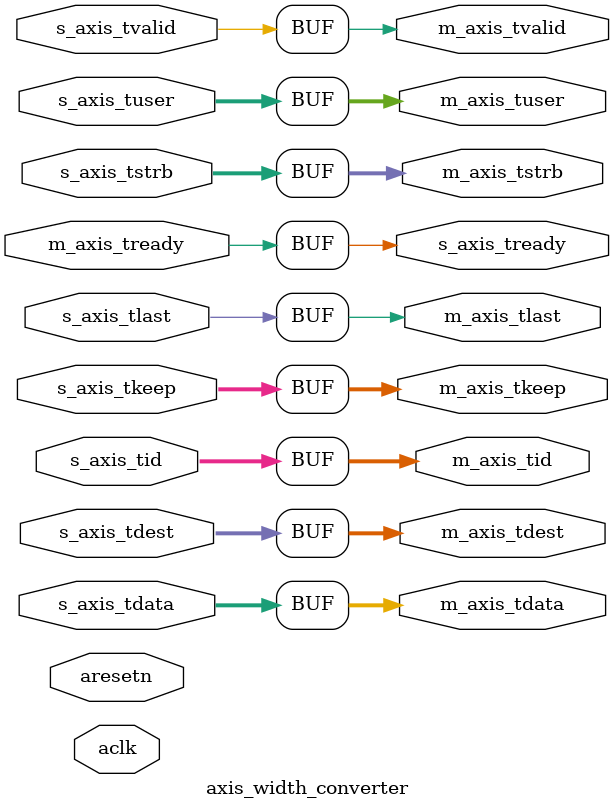
<source format=v>

module axis_width_converter #(
  parameter  S_TDATA_WIDTH = 0, // 1-512 (byte)
  parameter  M_TDATA_WIDTH = 0, // 1-512 (byte)
  parameter  TID_WIDTH = 0, // 0-32 (bit)
  parameter  TDEST_WIDTH = 0, // 0-32 (bit)
  parameter  TUSER_WIDTH_PER_BYTE = 0 // 0-2048 (bit)
)(
  input                                           aclk,
  input                                           aresetn,

  input                                           s_axis_tvalid,
  output                                          s_axis_tready,
  input  [S_TDATA_WIDTH*8-1:0]                    s_axis_tdata,
  input  [S_TDATA_WIDTH-1:0]                      s_axis_tstrb,
  input  [S_TDATA_WIDTH-1:0]                      s_axis_tkeep,
  input                                           s_axis_tlast,
  input  [TID_WIDTH-1:0]                          s_axis_tid,
  input  [TDEST_WIDTH-1:0]                        s_axis_tdest,
  input  [S_TDATA_WIDTH*TUSER_WIDTH_PER_BYTE-1:0] s_axis_tuser,

  output                                          m_axis_tvalid,
  input                                           m_axis_tready,
  output [M_TDATA_WIDTH*8-1:0]                    m_axis_tdata,
  output [M_TDATA_WIDTH-1:0]                      m_axis_tstrb,
  output [M_TDATA_WIDTH-1:0]                      m_axis_tkeep,
  output                                          m_axis_tlast,
  output [TID_WIDTH-1:0]                          m_axis_tid,
  output [TDEST_WIDTH-1:0]                        m_axis_tdest,
  output [M_TDATA_WIDTH*TUSER_WIDTH_PER_BYTE-1:0] m_axis_tuser
);
  
generate
  // 位宽一样, 直接透传
  if (S_TDATA_WIDTH == M_TDATA_WIDTH) 
    begin
      assign m_axis_tvalid = s_axis_tvalid;
      assign s_axis_tready = m_axis_tready;
      assign m_axis_tdata = s_axis_tdata;
      assign m_axis_tstrb = s_axis_tstrb;
      assign m_axis_tkeep = s_axis_tkeep;
      assign m_axis_tlast = s_axis_tlast;
      assign m_axis_tid   = s_axis_tid;
      assign m_axis_tdest = s_axis_tdest;
      assign m_axis_tuser = s_axis_tuser;
    end
  // 输入位宽小于输出位宽
  else if (S_TDATA_WIDTH < M_TDATA_WIDTH)
    begin
    // Local Parameter
      localparam WIDTH_MULTIPLE = M_TDATA_WIDTH/S_TDATA_WIDTH;
    // Local Signal
      reg [$clog2(WIDTH_MULTIPLE):0]                cnt = 0;
      reg                                           s_axis_tlast_d1 = 0;
      reg                                           refresh = 1; // 用于第一个输出数据更新 tid/tdest 信号
      reg [M_TDATA_WIDTH*8-1:0]                     s_axis_tdata_srl = 0;
      reg [M_TDATA_WIDTH-1:0]                       s_axis_tstrb_srl = 0;
      reg [M_TDATA_WIDTH-1:0]                       s_axis_tkeep_srl = 0;
      reg [M_TDATA_WIDTH*TUSER_WIDTH_PER_BYTE-1:0]  s_axis_tuser_srl = 0;

      reg                                           s_axis_tready_ff = 0;
      reg                                           m_axis_tvalid_ff = 0;
      reg [M_TDATA_WIDTH*8-1:0]                     m_axis_tdata_ff = 0;
      reg [M_TDATA_WIDTH-1:0]                       m_axis_tstrb_ff = 0;
      reg [M_TDATA_WIDTH-1:0]                       m_axis_tkeep_ff = 0;
      reg                                           m_axis_tlast_ff = 0;
      reg [TID_WIDTH-1:0]                           m_axis_tid_ff = 0;
      reg [TDEST_WIDTH-1:0]                         m_axis_tdest_ff = 0;
      reg [M_TDATA_WIDTH*TUSER_WIDTH_PER_BYTE-1:0]  m_axis_tuser_ff = 0;

    // User Logic
      always @ (posedge aclk or negedge aresetn)
        if (!aresetn)
          cnt <= 'd0;
        else
          begin
            if (s_axis_tvalid && s_axis_tready_ff && s_axis_tlast)
              cnt <= 'd0;
            else if (s_axis_tvalid && s_axis_tready_ff && (cnt == WIDTH_MULTIPLE))
              cnt <= 'd1;
            else if (s_axis_tvalid && s_axis_tready_ff)
              cnt <= cnt + 'd1;
          end

      always @ (posedge aclk or negedge aresetn)
        if (!aresetn)
          s_axis_tready_ff <= 1'b0;
        else
          begin
            if (((cnt == (WIDTH_MULTIPLE-1)) && s_axis_tvalid && (!m_axis_tready)) || ((cnt == WIDTH_MULTIPLE) && (!m_axis_tready)))
              s_axis_tready_ff <= 1'b0;
            else
              s_axis_tready_ff <= 1'b1;
          end

      always @ (posedge aclk)
        if (s_axis_tvalid && s_axis_tready_ff && s_axis_tlast)
          s_axis_tlast_d1 <= 1'b1;
        else
          s_axis_tlast_d1 <= 1'b0;

      always @ (posedge aclk or negedge aresetn)
        if (!aresetn)
          refresh <= 1'b1;
        else if (m_axis_tlast_ff)
          refresh <= 1'b1;
        else if (m_axis_tvalid_ff)
          refresh <= 1'b0;

      always @ (posedge aclk)
        if (s_axis_tvalid && s_axis_tready_ff && (cnt == WIDTH_MULTIPLE))
          s_axis_tdata_srl <= {{{M_TDATA_WIDTH-S_TDATA_WIDTH}{8'b0}},s_axis_tdata};
        else if (s_axis_tvalid && s_axis_tready_ff)
          s_axis_tdata_srl <= {s_axis_tdata_srl[(M_TDATA_WIDTH-S_TDATA_WIDTH)*8-1:0],s_axis_tdata};

      always @ (posedge aclk)
        if (s_axis_tvalid && s_axis_tready_ff && (cnt == WIDTH_MULTIPLE))
          s_axis_tstrb_srl <= {{{M_TDATA_WIDTH-S_TDATA_WIDTH}{1'b0}},s_axis_tstrb};
        else if (s_axis_tvalid && s_axis_tready_ff)
          s_axis_tstrb_srl <= {s_axis_tstrb_srl[(M_TDATA_WIDTH-S_TDATA_WIDTH)-1:0],s_axis_tstrb};

      always @ (posedge aclk)
        if (s_axis_tvalid && s_axis_tready_ff && (cnt == WIDTH_MULTIPLE))
          s_axis_tkeep_srl <= {{{M_TDATA_WIDTH-S_TDATA_WIDTH}{1'b0}},s_axis_tkeep};
        else if (s_axis_tvalid && s_axis_tready_ff)
          s_axis_tkeep_srl <= {s_axis_tkeep_srl[(M_TDATA_WIDTH-S_TDATA_WIDTH)-1:0],s_axis_tkeep};

      always @ (posedge aclk)
        if (s_axis_tvalid && s_axis_tready_ff && (cnt == WIDTH_MULTIPLE))
          s_axis_tuser_srl <= {{{(M_TDATA_WIDTH-S_TDATA_WIDTH)*TUSER_WIDTH_PER_BYTE}{1'b0}},s_axis_tuser};
        else if (s_axis_tvalid && s_axis_tready_ff)
          s_axis_tuser_srl <= {s_axis_tuser_srl[(M_TDATA_WIDTH-S_TDATA_WIDTH)*TUSER_WIDTH_PER_BYTE-1:0],s_axis_tuser};

      always @ (posedge aclk or negedge aresetn)
        if (!aresetn)
          m_axis_tvalid_ff <= 1'b0;
        else
          begin
            if ((cnt == WIDTH_MULTIPLE) || s_axis_tlast_d1)
              m_axis_tvalid_ff <= 1'b1;
            else if (m_axis_tready)
              m_axis_tvalid_ff <= 1'b0;
          end

      always @ (posedge aclk)
        if ((cnt == WIDTH_MULTIPLE) || s_axis_tlast_d1)
          begin
            m_axis_tdata_ff <= s_axis_tdata_srl;
            m_axis_tstrb_ff <= s_axis_tstrb_srl;
            m_axis_tkeep_ff <= s_axis_tkeep_srl;
            m_axis_tuser_ff <= s_axis_tuser_srl;
          end

      always @ (posedge aclk or negedge aresetn)
        if (!aresetn)
          m_axis_tlast_ff <= 1'b0;
        else
          begin
            if (s_axis_tlast_d1)
              m_axis_tlast_ff <= 1'b1;
            else if (m_axis_tready)
              m_axis_tlast_ff <= 1'b0;
          end

      always @ (posedge aclk)
        if (refresh && s_axis_tvalid)
          begin
            m_axis_tid_ff <= s_axis_tid;
            m_axis_tdest_ff <= s_axis_tdest;
          end
    // Output
      assign m_axis_tvalid = m_axis_tvalid_ff;
      assign s_axis_tready = s_axis_tready_ff;
      assign m_axis_tdata = m_axis_tdata_ff;
      assign m_axis_tstrb = m_axis_tstrb_ff;
      assign m_axis_tkeep = m_axis_tkeep_ff;
      assign m_axis_tlast = m_axis_tlast_ff;
      assign m_axis_tid   = m_axis_tid_ff;
      assign m_axis_tdest = m_axis_tdest_ff;
      assign m_axis_tuser = m_axis_tuser_ff;
    end
  // 输入位宽大于输出位宽
  else // S_TDATA_WIDTH > M_TDATA_WIDTH 
    begin
    // Local Parameter
      localparam WIDTH_MULTIPLE = S_TDATA_WIDTH/M_TDATA_WIDTH;
    // Local Signal
      reg [$clog2(WIDTH_MULTIPLE)-1:0]              cnt = 0;
      reg                                           start_conv = 1; // 复位后第一个数据
      reg [S_TDATA_WIDTH*8-1:0]                     s_axis_tdata_srl = 0;
      reg [S_TDATA_WIDTH-1:0]                       s_axis_tstrb_srl = 0;
      reg [S_TDATA_WIDTH-1:0]                       s_axis_tkeep_srl = 0;
      reg [S_TDATA_WIDTH*TUSER_WIDTH_PER_BYTE-1:0]  s_axis_tuser_srl = 0;
      reg                                           s_axis_tlast_lock = 0;
      reg [TID_WIDTH-1:0]                           s_axis_tid_lock = 0;
      reg [TDEST_WIDTH-1:0]                         s_axis_tdest_lock = 0;

      reg                                           s_axis_tready_ff = 0;
      reg                                           m_axis_tvalid_ff = 0;
      reg [M_TDATA_WIDTH*8-1:0]                     m_axis_tdata_ff = 0;
      reg [M_TDATA_WIDTH-1:0]                       m_axis_tstrb_ff = 0;
      reg [M_TDATA_WIDTH-1:0]                       m_axis_tkeep_ff = 0;
      reg                                           m_axis_tlast_ff = 0;
      reg [TID_WIDTH-1:0]                           m_axis_tid_ff = 0;
      reg [TDEST_WIDTH-1:0]                         m_axis_tdest_ff = 0;
      reg [M_TDATA_WIDTH*TUSER_WIDTH_PER_BYTE-1:0]  m_axis_tuser_ff = 0;
    // User Logic
      always @ (posedge aclk or negedge aresetn)
        if (!aresetn)
          start_conv <= 1'b1;
        else if (s_axis_tvalid && m_axis_tready)
          start_conv <= 1'b0;

      always @ (posedge aclk or negedge aresetn)
        if (!aresetn)
          cnt <= 'd0;
        else
          begin
            if (m_axis_tvalid_ff && m_axis_tready && (cnt == WIDTH_MULTIPLE-1))
              cnt <= 'd0;
            else if ((m_axis_tvalid_ff && m_axis_tready && (!m_axis_tlast)) || (s_axis_tvalid && s_axis_tready_ff && m_axis_tready))
              cnt <= cnt + 'd1;
          end

      always @ (posedge aclk or negedge aresetn)
        if (!aresetn)
          s_axis_tready_ff <= 1'b0;
        else
          begin
            if ((start_conv && s_axis_tvalid && m_axis_tready) || ((cnt == (WIDTH_MULTIPLE-1)) && m_axis_tready))
              s_axis_tready_ff <= 1'b1;
            else
              s_axis_tready_ff <= 1'b0;
          end

      always @ (posedge aclk)
        if (s_axis_tvalid && s_axis_tready_ff && s_axis_tlast)
          s_axis_tlast_lock <= 1'b1;
        else if (s_axis_tready_ff)
          s_axis_tlast_lock <= 1'b0;

      always @ (posedge aclk)
        if (s_axis_tvalid && s_axis_tready_ff)
          begin
            s_axis_tid_lock <= s_axis_tid;
            s_axis_tdest_lock <= s_axis_tdest;
          end

      always @ (posedge aclk)
        if (m_axis_tvalid_ff && m_axis_tready && (cnt > 0) && (WIDTH_MULTIPLE > 2))
          begin
            s_axis_tdata_srl <= {s_axis_tdata_srl[0 +: (S_TDATA_WIDTH-2*M_TDATA_WIDTH)*8],{{2*M_TDATA_WIDTH}{8'b0}}};
            s_axis_tstrb_srl <= {s_axis_tstrb_srl[0 +: (S_TDATA_WIDTH-2*M_TDATA_WIDTH)],{{2*M_TDATA_WIDTH}{1'b0}}};
            s_axis_tkeep_srl <= {s_axis_tkeep_srl[0 +: (S_TDATA_WIDTH-2*M_TDATA_WIDTH)],{{2*M_TDATA_WIDTH}{1'b0}}};
            // s_axis_tuser_srl <= {s_axis_tuser_srl[0 +: (S_TDATA_WIDTH-2*M_TDATA_WIDTH)],{{2*M_TDATA_WIDTH}{1'b0}}};
          end
        else if (s_axis_tvalid && s_axis_tready_ff)
          begin
            s_axis_tdata_srl <= {s_axis_tdata[(S_TDATA_WIDTH-M_TDATA_WIDTH)*8-1:0],{{M_TDATA_WIDTH}{8'b0}}};
            s_axis_tstrb_srl <= {s_axis_tstrb[(S_TDATA_WIDTH-M_TDATA_WIDTH)-1:0],{{M_TDATA_WIDTH}{1'b0}}};
            s_axis_tkeep_srl <= {s_axis_tkeep[(S_TDATA_WIDTH-M_TDATA_WIDTH)-1:0],{{M_TDATA_WIDTH}{1'b0}}};
            // s_axis_tuser_srl <= {s_axis_tuser[(S_TDATA_WIDTH-M_TDATA_WIDTH)-1:0],{{M_TDATA_WIDTH}{1'b0}}};
          end

      always @ (posedge aclk or negedge aresetn)
        if (!aresetn)
          m_axis_tvalid_ff <= 1'b0;
        else
          begin
            if ((s_axis_tvalid && s_axis_tready_ff && m_axis_tready) || (cnt > 0))
              m_axis_tvalid_ff <= 1'b1;
            else if (m_axis_tready)
              m_axis_tvalid_ff <= 1'b0;
          end

      always @ (posedge aclk)
        if (cnt > 0)
          begin
            m_axis_tdata_ff <= s_axis_tdata_srl[S_TDATA_WIDTH*8-1 -: (M_TDATA_WIDTH*8)];
            m_axis_tstrb_ff <= s_axis_tstrb_srl[S_TDATA_WIDTH-1 -: M_TDATA_WIDTH];
            m_axis_tkeep_ff <= s_axis_tkeep_srl[S_TDATA_WIDTH-1 -: M_TDATA_WIDTH];
            // m_axis_tuser_ff <= s_axis_tuser_srl[S_TDATA_WIDTH-1 -: M_TDATA_WIDTH];
          end
        else if (s_axis_tvalid && m_axis_tready)
          begin
            m_axis_tdata_ff <= s_axis_tdata[S_TDATA_WIDTH*8-1 -: (M_TDATA_WIDTH*8)];
            m_axis_tstrb_ff <= s_axis_tstrb[S_TDATA_WIDTH-1 -: M_TDATA_WIDTH];
            m_axis_tkeep_ff <= s_axis_tkeep[S_TDATA_WIDTH-1 -: M_TDATA_WIDTH];
            // m_axis_tuser_ff <= s_axis_tuser[S_TDATA_WIDTH-1 -: M_TDATA_WIDTH];
          end

      
      always @ (posedge aclk or negedge aresetn)
        if (!aresetn)
          m_axis_tlast_ff <= 1'b0;
        else
          begin
            if (s_axis_tlast_lock && (cnt == (WIDTH_MULTIPLE-1)))
              m_axis_tlast_ff <= 1'b1;
            else if (m_axis_tready)
              m_axis_tlast_ff <= 1'b0;
          end

      always @ (posedge aclk)
        begin
          m_axis_tid_ff <= s_axis_tid_lock;
          m_axis_tdest_ff <= s_axis_tdest_lock;
        end

    // Output
      assign m_axis_tvalid = m_axis_tvalid_ff;
      assign s_axis_tready = s_axis_tready_ff;
      assign m_axis_tdata = m_axis_tdata_ff;
      assign m_axis_tstrb = m_axis_tstrb_ff;
      assign m_axis_tkeep = m_axis_tkeep_ff;
      assign m_axis_tlast = m_axis_tlast_ff;
      assign m_axis_tid   = m_axis_tid_ff;
      assign m_axis_tdest = m_axis_tdest_ff;
      assign m_axis_tuser = m_axis_tuser_ff;

    end
endgenerate

endmodule
</source>
